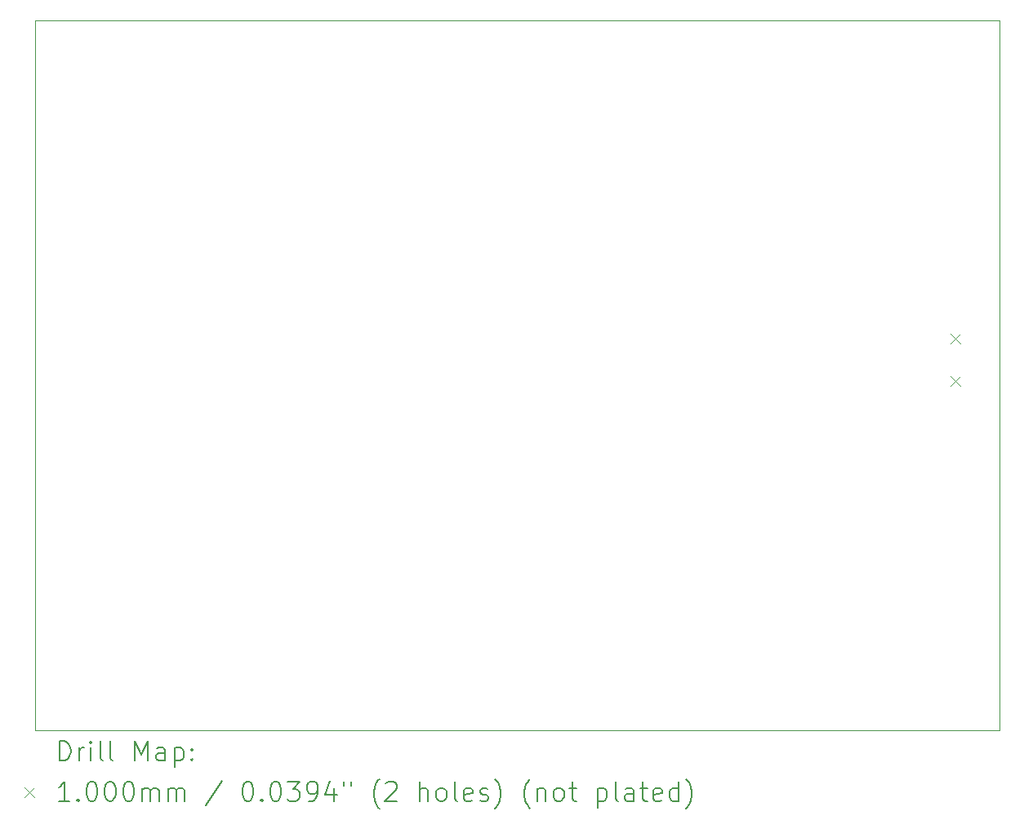
<source format=gbr>
%TF.GenerationSoftware,KiCad,Pcbnew,8.0.1*%
%TF.CreationDate,2024-05-07T00:12:37+05:00*%
%TF.ProjectId,MyVesc,4d795665-7363-42e6-9b69-6361645f7063,rev?*%
%TF.SameCoordinates,Original*%
%TF.FileFunction,Drillmap*%
%TF.FilePolarity,Positive*%
%FSLAX45Y45*%
G04 Gerber Fmt 4.5, Leading zero omitted, Abs format (unit mm)*
G04 Created by KiCad (PCBNEW 8.0.1) date 2024-05-07 00:12:37*
%MOMM*%
%LPD*%
G01*
G04 APERTURE LIST*
%ADD10C,0.050000*%
%ADD11C,0.200000*%
%ADD12C,0.100000*%
G04 APERTURE END LIST*
D10*
X20200000Y-8342500D02*
X30200000Y-8342500D01*
X30200000Y-15710000D01*
X20200000Y-15710000D01*
X20200000Y-8342500D01*
D11*
D12*
X29695000Y-11595000D02*
X29795000Y-11695000D01*
X29795000Y-11595000D02*
X29695000Y-11695000D01*
X29695000Y-12035000D02*
X29795000Y-12135000D01*
X29795000Y-12035000D02*
X29695000Y-12135000D01*
D11*
X20458277Y-16023984D02*
X20458277Y-15823984D01*
X20458277Y-15823984D02*
X20505896Y-15823984D01*
X20505896Y-15823984D02*
X20534467Y-15833508D01*
X20534467Y-15833508D02*
X20553515Y-15852555D01*
X20553515Y-15852555D02*
X20563039Y-15871603D01*
X20563039Y-15871603D02*
X20572563Y-15909698D01*
X20572563Y-15909698D02*
X20572563Y-15938269D01*
X20572563Y-15938269D02*
X20563039Y-15976365D01*
X20563039Y-15976365D02*
X20553515Y-15995412D01*
X20553515Y-15995412D02*
X20534467Y-16014460D01*
X20534467Y-16014460D02*
X20505896Y-16023984D01*
X20505896Y-16023984D02*
X20458277Y-16023984D01*
X20658277Y-16023984D02*
X20658277Y-15890650D01*
X20658277Y-15928746D02*
X20667801Y-15909698D01*
X20667801Y-15909698D02*
X20677324Y-15900174D01*
X20677324Y-15900174D02*
X20696372Y-15890650D01*
X20696372Y-15890650D02*
X20715420Y-15890650D01*
X20782086Y-16023984D02*
X20782086Y-15890650D01*
X20782086Y-15823984D02*
X20772563Y-15833508D01*
X20772563Y-15833508D02*
X20782086Y-15843031D01*
X20782086Y-15843031D02*
X20791610Y-15833508D01*
X20791610Y-15833508D02*
X20782086Y-15823984D01*
X20782086Y-15823984D02*
X20782086Y-15843031D01*
X20905896Y-16023984D02*
X20886848Y-16014460D01*
X20886848Y-16014460D02*
X20877324Y-15995412D01*
X20877324Y-15995412D02*
X20877324Y-15823984D01*
X21010658Y-16023984D02*
X20991610Y-16014460D01*
X20991610Y-16014460D02*
X20982086Y-15995412D01*
X20982086Y-15995412D02*
X20982086Y-15823984D01*
X21239229Y-16023984D02*
X21239229Y-15823984D01*
X21239229Y-15823984D02*
X21305896Y-15966841D01*
X21305896Y-15966841D02*
X21372563Y-15823984D01*
X21372563Y-15823984D02*
X21372563Y-16023984D01*
X21553515Y-16023984D02*
X21553515Y-15919222D01*
X21553515Y-15919222D02*
X21543991Y-15900174D01*
X21543991Y-15900174D02*
X21524944Y-15890650D01*
X21524944Y-15890650D02*
X21486848Y-15890650D01*
X21486848Y-15890650D02*
X21467801Y-15900174D01*
X21553515Y-16014460D02*
X21534467Y-16023984D01*
X21534467Y-16023984D02*
X21486848Y-16023984D01*
X21486848Y-16023984D02*
X21467801Y-16014460D01*
X21467801Y-16014460D02*
X21458277Y-15995412D01*
X21458277Y-15995412D02*
X21458277Y-15976365D01*
X21458277Y-15976365D02*
X21467801Y-15957317D01*
X21467801Y-15957317D02*
X21486848Y-15947793D01*
X21486848Y-15947793D02*
X21534467Y-15947793D01*
X21534467Y-15947793D02*
X21553515Y-15938269D01*
X21648753Y-15890650D02*
X21648753Y-16090650D01*
X21648753Y-15900174D02*
X21667801Y-15890650D01*
X21667801Y-15890650D02*
X21705896Y-15890650D01*
X21705896Y-15890650D02*
X21724944Y-15900174D01*
X21724944Y-15900174D02*
X21734467Y-15909698D01*
X21734467Y-15909698D02*
X21743991Y-15928746D01*
X21743991Y-15928746D02*
X21743991Y-15985888D01*
X21743991Y-15985888D02*
X21734467Y-16004936D01*
X21734467Y-16004936D02*
X21724944Y-16014460D01*
X21724944Y-16014460D02*
X21705896Y-16023984D01*
X21705896Y-16023984D02*
X21667801Y-16023984D01*
X21667801Y-16023984D02*
X21648753Y-16014460D01*
X21829705Y-16004936D02*
X21839229Y-16014460D01*
X21839229Y-16014460D02*
X21829705Y-16023984D01*
X21829705Y-16023984D02*
X21820182Y-16014460D01*
X21820182Y-16014460D02*
X21829705Y-16004936D01*
X21829705Y-16004936D02*
X21829705Y-16023984D01*
X21829705Y-15900174D02*
X21839229Y-15909698D01*
X21839229Y-15909698D02*
X21829705Y-15919222D01*
X21829705Y-15919222D02*
X21820182Y-15909698D01*
X21820182Y-15909698D02*
X21829705Y-15900174D01*
X21829705Y-15900174D02*
X21829705Y-15919222D01*
D12*
X20097500Y-16302500D02*
X20197500Y-16402500D01*
X20197500Y-16302500D02*
X20097500Y-16402500D01*
D11*
X20563039Y-16443984D02*
X20448753Y-16443984D01*
X20505896Y-16443984D02*
X20505896Y-16243984D01*
X20505896Y-16243984D02*
X20486848Y-16272555D01*
X20486848Y-16272555D02*
X20467801Y-16291603D01*
X20467801Y-16291603D02*
X20448753Y-16301127D01*
X20648753Y-16424936D02*
X20658277Y-16434460D01*
X20658277Y-16434460D02*
X20648753Y-16443984D01*
X20648753Y-16443984D02*
X20639229Y-16434460D01*
X20639229Y-16434460D02*
X20648753Y-16424936D01*
X20648753Y-16424936D02*
X20648753Y-16443984D01*
X20782086Y-16243984D02*
X20801134Y-16243984D01*
X20801134Y-16243984D02*
X20820182Y-16253508D01*
X20820182Y-16253508D02*
X20829705Y-16263031D01*
X20829705Y-16263031D02*
X20839229Y-16282079D01*
X20839229Y-16282079D02*
X20848753Y-16320174D01*
X20848753Y-16320174D02*
X20848753Y-16367793D01*
X20848753Y-16367793D02*
X20839229Y-16405888D01*
X20839229Y-16405888D02*
X20829705Y-16424936D01*
X20829705Y-16424936D02*
X20820182Y-16434460D01*
X20820182Y-16434460D02*
X20801134Y-16443984D01*
X20801134Y-16443984D02*
X20782086Y-16443984D01*
X20782086Y-16443984D02*
X20763039Y-16434460D01*
X20763039Y-16434460D02*
X20753515Y-16424936D01*
X20753515Y-16424936D02*
X20743991Y-16405888D01*
X20743991Y-16405888D02*
X20734467Y-16367793D01*
X20734467Y-16367793D02*
X20734467Y-16320174D01*
X20734467Y-16320174D02*
X20743991Y-16282079D01*
X20743991Y-16282079D02*
X20753515Y-16263031D01*
X20753515Y-16263031D02*
X20763039Y-16253508D01*
X20763039Y-16253508D02*
X20782086Y-16243984D01*
X20972563Y-16243984D02*
X20991610Y-16243984D01*
X20991610Y-16243984D02*
X21010658Y-16253508D01*
X21010658Y-16253508D02*
X21020182Y-16263031D01*
X21020182Y-16263031D02*
X21029705Y-16282079D01*
X21029705Y-16282079D02*
X21039229Y-16320174D01*
X21039229Y-16320174D02*
X21039229Y-16367793D01*
X21039229Y-16367793D02*
X21029705Y-16405888D01*
X21029705Y-16405888D02*
X21020182Y-16424936D01*
X21020182Y-16424936D02*
X21010658Y-16434460D01*
X21010658Y-16434460D02*
X20991610Y-16443984D01*
X20991610Y-16443984D02*
X20972563Y-16443984D01*
X20972563Y-16443984D02*
X20953515Y-16434460D01*
X20953515Y-16434460D02*
X20943991Y-16424936D01*
X20943991Y-16424936D02*
X20934467Y-16405888D01*
X20934467Y-16405888D02*
X20924944Y-16367793D01*
X20924944Y-16367793D02*
X20924944Y-16320174D01*
X20924944Y-16320174D02*
X20934467Y-16282079D01*
X20934467Y-16282079D02*
X20943991Y-16263031D01*
X20943991Y-16263031D02*
X20953515Y-16253508D01*
X20953515Y-16253508D02*
X20972563Y-16243984D01*
X21163039Y-16243984D02*
X21182086Y-16243984D01*
X21182086Y-16243984D02*
X21201134Y-16253508D01*
X21201134Y-16253508D02*
X21210658Y-16263031D01*
X21210658Y-16263031D02*
X21220182Y-16282079D01*
X21220182Y-16282079D02*
X21229705Y-16320174D01*
X21229705Y-16320174D02*
X21229705Y-16367793D01*
X21229705Y-16367793D02*
X21220182Y-16405888D01*
X21220182Y-16405888D02*
X21210658Y-16424936D01*
X21210658Y-16424936D02*
X21201134Y-16434460D01*
X21201134Y-16434460D02*
X21182086Y-16443984D01*
X21182086Y-16443984D02*
X21163039Y-16443984D01*
X21163039Y-16443984D02*
X21143991Y-16434460D01*
X21143991Y-16434460D02*
X21134467Y-16424936D01*
X21134467Y-16424936D02*
X21124944Y-16405888D01*
X21124944Y-16405888D02*
X21115420Y-16367793D01*
X21115420Y-16367793D02*
X21115420Y-16320174D01*
X21115420Y-16320174D02*
X21124944Y-16282079D01*
X21124944Y-16282079D02*
X21134467Y-16263031D01*
X21134467Y-16263031D02*
X21143991Y-16253508D01*
X21143991Y-16253508D02*
X21163039Y-16243984D01*
X21315420Y-16443984D02*
X21315420Y-16310650D01*
X21315420Y-16329698D02*
X21324944Y-16320174D01*
X21324944Y-16320174D02*
X21343991Y-16310650D01*
X21343991Y-16310650D02*
X21372563Y-16310650D01*
X21372563Y-16310650D02*
X21391610Y-16320174D01*
X21391610Y-16320174D02*
X21401134Y-16339222D01*
X21401134Y-16339222D02*
X21401134Y-16443984D01*
X21401134Y-16339222D02*
X21410658Y-16320174D01*
X21410658Y-16320174D02*
X21429705Y-16310650D01*
X21429705Y-16310650D02*
X21458277Y-16310650D01*
X21458277Y-16310650D02*
X21477325Y-16320174D01*
X21477325Y-16320174D02*
X21486848Y-16339222D01*
X21486848Y-16339222D02*
X21486848Y-16443984D01*
X21582086Y-16443984D02*
X21582086Y-16310650D01*
X21582086Y-16329698D02*
X21591610Y-16320174D01*
X21591610Y-16320174D02*
X21610658Y-16310650D01*
X21610658Y-16310650D02*
X21639229Y-16310650D01*
X21639229Y-16310650D02*
X21658277Y-16320174D01*
X21658277Y-16320174D02*
X21667801Y-16339222D01*
X21667801Y-16339222D02*
X21667801Y-16443984D01*
X21667801Y-16339222D02*
X21677325Y-16320174D01*
X21677325Y-16320174D02*
X21696372Y-16310650D01*
X21696372Y-16310650D02*
X21724944Y-16310650D01*
X21724944Y-16310650D02*
X21743991Y-16320174D01*
X21743991Y-16320174D02*
X21753515Y-16339222D01*
X21753515Y-16339222D02*
X21753515Y-16443984D01*
X22143991Y-16234460D02*
X21972563Y-16491603D01*
X22401134Y-16243984D02*
X22420182Y-16243984D01*
X22420182Y-16243984D02*
X22439229Y-16253508D01*
X22439229Y-16253508D02*
X22448753Y-16263031D01*
X22448753Y-16263031D02*
X22458277Y-16282079D01*
X22458277Y-16282079D02*
X22467801Y-16320174D01*
X22467801Y-16320174D02*
X22467801Y-16367793D01*
X22467801Y-16367793D02*
X22458277Y-16405888D01*
X22458277Y-16405888D02*
X22448753Y-16424936D01*
X22448753Y-16424936D02*
X22439229Y-16434460D01*
X22439229Y-16434460D02*
X22420182Y-16443984D01*
X22420182Y-16443984D02*
X22401134Y-16443984D01*
X22401134Y-16443984D02*
X22382086Y-16434460D01*
X22382086Y-16434460D02*
X22372563Y-16424936D01*
X22372563Y-16424936D02*
X22363039Y-16405888D01*
X22363039Y-16405888D02*
X22353515Y-16367793D01*
X22353515Y-16367793D02*
X22353515Y-16320174D01*
X22353515Y-16320174D02*
X22363039Y-16282079D01*
X22363039Y-16282079D02*
X22372563Y-16263031D01*
X22372563Y-16263031D02*
X22382086Y-16253508D01*
X22382086Y-16253508D02*
X22401134Y-16243984D01*
X22553515Y-16424936D02*
X22563039Y-16434460D01*
X22563039Y-16434460D02*
X22553515Y-16443984D01*
X22553515Y-16443984D02*
X22543991Y-16434460D01*
X22543991Y-16434460D02*
X22553515Y-16424936D01*
X22553515Y-16424936D02*
X22553515Y-16443984D01*
X22686848Y-16243984D02*
X22705896Y-16243984D01*
X22705896Y-16243984D02*
X22724944Y-16253508D01*
X22724944Y-16253508D02*
X22734467Y-16263031D01*
X22734467Y-16263031D02*
X22743991Y-16282079D01*
X22743991Y-16282079D02*
X22753515Y-16320174D01*
X22753515Y-16320174D02*
X22753515Y-16367793D01*
X22753515Y-16367793D02*
X22743991Y-16405888D01*
X22743991Y-16405888D02*
X22734467Y-16424936D01*
X22734467Y-16424936D02*
X22724944Y-16434460D01*
X22724944Y-16434460D02*
X22705896Y-16443984D01*
X22705896Y-16443984D02*
X22686848Y-16443984D01*
X22686848Y-16443984D02*
X22667801Y-16434460D01*
X22667801Y-16434460D02*
X22658277Y-16424936D01*
X22658277Y-16424936D02*
X22648753Y-16405888D01*
X22648753Y-16405888D02*
X22639229Y-16367793D01*
X22639229Y-16367793D02*
X22639229Y-16320174D01*
X22639229Y-16320174D02*
X22648753Y-16282079D01*
X22648753Y-16282079D02*
X22658277Y-16263031D01*
X22658277Y-16263031D02*
X22667801Y-16253508D01*
X22667801Y-16253508D02*
X22686848Y-16243984D01*
X22820182Y-16243984D02*
X22943991Y-16243984D01*
X22943991Y-16243984D02*
X22877325Y-16320174D01*
X22877325Y-16320174D02*
X22905896Y-16320174D01*
X22905896Y-16320174D02*
X22924944Y-16329698D01*
X22924944Y-16329698D02*
X22934467Y-16339222D01*
X22934467Y-16339222D02*
X22943991Y-16358269D01*
X22943991Y-16358269D02*
X22943991Y-16405888D01*
X22943991Y-16405888D02*
X22934467Y-16424936D01*
X22934467Y-16424936D02*
X22924944Y-16434460D01*
X22924944Y-16434460D02*
X22905896Y-16443984D01*
X22905896Y-16443984D02*
X22848753Y-16443984D01*
X22848753Y-16443984D02*
X22829706Y-16434460D01*
X22829706Y-16434460D02*
X22820182Y-16424936D01*
X23039229Y-16443984D02*
X23077325Y-16443984D01*
X23077325Y-16443984D02*
X23096372Y-16434460D01*
X23096372Y-16434460D02*
X23105896Y-16424936D01*
X23105896Y-16424936D02*
X23124944Y-16396365D01*
X23124944Y-16396365D02*
X23134467Y-16358269D01*
X23134467Y-16358269D02*
X23134467Y-16282079D01*
X23134467Y-16282079D02*
X23124944Y-16263031D01*
X23124944Y-16263031D02*
X23115420Y-16253508D01*
X23115420Y-16253508D02*
X23096372Y-16243984D01*
X23096372Y-16243984D02*
X23058277Y-16243984D01*
X23058277Y-16243984D02*
X23039229Y-16253508D01*
X23039229Y-16253508D02*
X23029706Y-16263031D01*
X23029706Y-16263031D02*
X23020182Y-16282079D01*
X23020182Y-16282079D02*
X23020182Y-16329698D01*
X23020182Y-16329698D02*
X23029706Y-16348746D01*
X23029706Y-16348746D02*
X23039229Y-16358269D01*
X23039229Y-16358269D02*
X23058277Y-16367793D01*
X23058277Y-16367793D02*
X23096372Y-16367793D01*
X23096372Y-16367793D02*
X23115420Y-16358269D01*
X23115420Y-16358269D02*
X23124944Y-16348746D01*
X23124944Y-16348746D02*
X23134467Y-16329698D01*
X23305896Y-16310650D02*
X23305896Y-16443984D01*
X23258277Y-16234460D02*
X23210658Y-16377317D01*
X23210658Y-16377317D02*
X23334467Y-16377317D01*
X23401134Y-16243984D02*
X23401134Y-16282079D01*
X23477325Y-16243984D02*
X23477325Y-16282079D01*
X23772563Y-16520174D02*
X23763039Y-16510650D01*
X23763039Y-16510650D02*
X23743991Y-16482079D01*
X23743991Y-16482079D02*
X23734468Y-16463031D01*
X23734468Y-16463031D02*
X23724944Y-16434460D01*
X23724944Y-16434460D02*
X23715420Y-16386841D01*
X23715420Y-16386841D02*
X23715420Y-16348746D01*
X23715420Y-16348746D02*
X23724944Y-16301127D01*
X23724944Y-16301127D02*
X23734468Y-16272555D01*
X23734468Y-16272555D02*
X23743991Y-16253508D01*
X23743991Y-16253508D02*
X23763039Y-16224936D01*
X23763039Y-16224936D02*
X23772563Y-16215412D01*
X23839229Y-16263031D02*
X23848753Y-16253508D01*
X23848753Y-16253508D02*
X23867801Y-16243984D01*
X23867801Y-16243984D02*
X23915420Y-16243984D01*
X23915420Y-16243984D02*
X23934468Y-16253508D01*
X23934468Y-16253508D02*
X23943991Y-16263031D01*
X23943991Y-16263031D02*
X23953515Y-16282079D01*
X23953515Y-16282079D02*
X23953515Y-16301127D01*
X23953515Y-16301127D02*
X23943991Y-16329698D01*
X23943991Y-16329698D02*
X23829706Y-16443984D01*
X23829706Y-16443984D02*
X23953515Y-16443984D01*
X24191610Y-16443984D02*
X24191610Y-16243984D01*
X24277325Y-16443984D02*
X24277325Y-16339222D01*
X24277325Y-16339222D02*
X24267801Y-16320174D01*
X24267801Y-16320174D02*
X24248753Y-16310650D01*
X24248753Y-16310650D02*
X24220182Y-16310650D01*
X24220182Y-16310650D02*
X24201134Y-16320174D01*
X24201134Y-16320174D02*
X24191610Y-16329698D01*
X24401134Y-16443984D02*
X24382087Y-16434460D01*
X24382087Y-16434460D02*
X24372563Y-16424936D01*
X24372563Y-16424936D02*
X24363039Y-16405888D01*
X24363039Y-16405888D02*
X24363039Y-16348746D01*
X24363039Y-16348746D02*
X24372563Y-16329698D01*
X24372563Y-16329698D02*
X24382087Y-16320174D01*
X24382087Y-16320174D02*
X24401134Y-16310650D01*
X24401134Y-16310650D02*
X24429706Y-16310650D01*
X24429706Y-16310650D02*
X24448753Y-16320174D01*
X24448753Y-16320174D02*
X24458277Y-16329698D01*
X24458277Y-16329698D02*
X24467801Y-16348746D01*
X24467801Y-16348746D02*
X24467801Y-16405888D01*
X24467801Y-16405888D02*
X24458277Y-16424936D01*
X24458277Y-16424936D02*
X24448753Y-16434460D01*
X24448753Y-16434460D02*
X24429706Y-16443984D01*
X24429706Y-16443984D02*
X24401134Y-16443984D01*
X24582087Y-16443984D02*
X24563039Y-16434460D01*
X24563039Y-16434460D02*
X24553515Y-16415412D01*
X24553515Y-16415412D02*
X24553515Y-16243984D01*
X24734468Y-16434460D02*
X24715420Y-16443984D01*
X24715420Y-16443984D02*
X24677325Y-16443984D01*
X24677325Y-16443984D02*
X24658277Y-16434460D01*
X24658277Y-16434460D02*
X24648753Y-16415412D01*
X24648753Y-16415412D02*
X24648753Y-16339222D01*
X24648753Y-16339222D02*
X24658277Y-16320174D01*
X24658277Y-16320174D02*
X24677325Y-16310650D01*
X24677325Y-16310650D02*
X24715420Y-16310650D01*
X24715420Y-16310650D02*
X24734468Y-16320174D01*
X24734468Y-16320174D02*
X24743991Y-16339222D01*
X24743991Y-16339222D02*
X24743991Y-16358269D01*
X24743991Y-16358269D02*
X24648753Y-16377317D01*
X24820182Y-16434460D02*
X24839230Y-16443984D01*
X24839230Y-16443984D02*
X24877325Y-16443984D01*
X24877325Y-16443984D02*
X24896372Y-16434460D01*
X24896372Y-16434460D02*
X24905896Y-16415412D01*
X24905896Y-16415412D02*
X24905896Y-16405888D01*
X24905896Y-16405888D02*
X24896372Y-16386841D01*
X24896372Y-16386841D02*
X24877325Y-16377317D01*
X24877325Y-16377317D02*
X24848753Y-16377317D01*
X24848753Y-16377317D02*
X24829706Y-16367793D01*
X24829706Y-16367793D02*
X24820182Y-16348746D01*
X24820182Y-16348746D02*
X24820182Y-16339222D01*
X24820182Y-16339222D02*
X24829706Y-16320174D01*
X24829706Y-16320174D02*
X24848753Y-16310650D01*
X24848753Y-16310650D02*
X24877325Y-16310650D01*
X24877325Y-16310650D02*
X24896372Y-16320174D01*
X24972563Y-16520174D02*
X24982087Y-16510650D01*
X24982087Y-16510650D02*
X25001134Y-16482079D01*
X25001134Y-16482079D02*
X25010658Y-16463031D01*
X25010658Y-16463031D02*
X25020182Y-16434460D01*
X25020182Y-16434460D02*
X25029706Y-16386841D01*
X25029706Y-16386841D02*
X25029706Y-16348746D01*
X25029706Y-16348746D02*
X25020182Y-16301127D01*
X25020182Y-16301127D02*
X25010658Y-16272555D01*
X25010658Y-16272555D02*
X25001134Y-16253508D01*
X25001134Y-16253508D02*
X24982087Y-16224936D01*
X24982087Y-16224936D02*
X24972563Y-16215412D01*
X25334468Y-16520174D02*
X25324944Y-16510650D01*
X25324944Y-16510650D02*
X25305896Y-16482079D01*
X25305896Y-16482079D02*
X25296372Y-16463031D01*
X25296372Y-16463031D02*
X25286849Y-16434460D01*
X25286849Y-16434460D02*
X25277325Y-16386841D01*
X25277325Y-16386841D02*
X25277325Y-16348746D01*
X25277325Y-16348746D02*
X25286849Y-16301127D01*
X25286849Y-16301127D02*
X25296372Y-16272555D01*
X25296372Y-16272555D02*
X25305896Y-16253508D01*
X25305896Y-16253508D02*
X25324944Y-16224936D01*
X25324944Y-16224936D02*
X25334468Y-16215412D01*
X25410658Y-16310650D02*
X25410658Y-16443984D01*
X25410658Y-16329698D02*
X25420182Y-16320174D01*
X25420182Y-16320174D02*
X25439230Y-16310650D01*
X25439230Y-16310650D02*
X25467801Y-16310650D01*
X25467801Y-16310650D02*
X25486849Y-16320174D01*
X25486849Y-16320174D02*
X25496372Y-16339222D01*
X25496372Y-16339222D02*
X25496372Y-16443984D01*
X25620182Y-16443984D02*
X25601134Y-16434460D01*
X25601134Y-16434460D02*
X25591611Y-16424936D01*
X25591611Y-16424936D02*
X25582087Y-16405888D01*
X25582087Y-16405888D02*
X25582087Y-16348746D01*
X25582087Y-16348746D02*
X25591611Y-16329698D01*
X25591611Y-16329698D02*
X25601134Y-16320174D01*
X25601134Y-16320174D02*
X25620182Y-16310650D01*
X25620182Y-16310650D02*
X25648753Y-16310650D01*
X25648753Y-16310650D02*
X25667801Y-16320174D01*
X25667801Y-16320174D02*
X25677325Y-16329698D01*
X25677325Y-16329698D02*
X25686849Y-16348746D01*
X25686849Y-16348746D02*
X25686849Y-16405888D01*
X25686849Y-16405888D02*
X25677325Y-16424936D01*
X25677325Y-16424936D02*
X25667801Y-16434460D01*
X25667801Y-16434460D02*
X25648753Y-16443984D01*
X25648753Y-16443984D02*
X25620182Y-16443984D01*
X25743992Y-16310650D02*
X25820182Y-16310650D01*
X25772563Y-16243984D02*
X25772563Y-16415412D01*
X25772563Y-16415412D02*
X25782087Y-16434460D01*
X25782087Y-16434460D02*
X25801134Y-16443984D01*
X25801134Y-16443984D02*
X25820182Y-16443984D01*
X26039230Y-16310650D02*
X26039230Y-16510650D01*
X26039230Y-16320174D02*
X26058277Y-16310650D01*
X26058277Y-16310650D02*
X26096373Y-16310650D01*
X26096373Y-16310650D02*
X26115420Y-16320174D01*
X26115420Y-16320174D02*
X26124944Y-16329698D01*
X26124944Y-16329698D02*
X26134468Y-16348746D01*
X26134468Y-16348746D02*
X26134468Y-16405888D01*
X26134468Y-16405888D02*
X26124944Y-16424936D01*
X26124944Y-16424936D02*
X26115420Y-16434460D01*
X26115420Y-16434460D02*
X26096373Y-16443984D01*
X26096373Y-16443984D02*
X26058277Y-16443984D01*
X26058277Y-16443984D02*
X26039230Y-16434460D01*
X26248753Y-16443984D02*
X26229706Y-16434460D01*
X26229706Y-16434460D02*
X26220182Y-16415412D01*
X26220182Y-16415412D02*
X26220182Y-16243984D01*
X26410658Y-16443984D02*
X26410658Y-16339222D01*
X26410658Y-16339222D02*
X26401134Y-16320174D01*
X26401134Y-16320174D02*
X26382087Y-16310650D01*
X26382087Y-16310650D02*
X26343992Y-16310650D01*
X26343992Y-16310650D02*
X26324944Y-16320174D01*
X26410658Y-16434460D02*
X26391611Y-16443984D01*
X26391611Y-16443984D02*
X26343992Y-16443984D01*
X26343992Y-16443984D02*
X26324944Y-16434460D01*
X26324944Y-16434460D02*
X26315420Y-16415412D01*
X26315420Y-16415412D02*
X26315420Y-16396365D01*
X26315420Y-16396365D02*
X26324944Y-16377317D01*
X26324944Y-16377317D02*
X26343992Y-16367793D01*
X26343992Y-16367793D02*
X26391611Y-16367793D01*
X26391611Y-16367793D02*
X26410658Y-16358269D01*
X26477325Y-16310650D02*
X26553515Y-16310650D01*
X26505896Y-16243984D02*
X26505896Y-16415412D01*
X26505896Y-16415412D02*
X26515420Y-16434460D01*
X26515420Y-16434460D02*
X26534468Y-16443984D01*
X26534468Y-16443984D02*
X26553515Y-16443984D01*
X26696373Y-16434460D02*
X26677325Y-16443984D01*
X26677325Y-16443984D02*
X26639230Y-16443984D01*
X26639230Y-16443984D02*
X26620182Y-16434460D01*
X26620182Y-16434460D02*
X26610658Y-16415412D01*
X26610658Y-16415412D02*
X26610658Y-16339222D01*
X26610658Y-16339222D02*
X26620182Y-16320174D01*
X26620182Y-16320174D02*
X26639230Y-16310650D01*
X26639230Y-16310650D02*
X26677325Y-16310650D01*
X26677325Y-16310650D02*
X26696373Y-16320174D01*
X26696373Y-16320174D02*
X26705896Y-16339222D01*
X26705896Y-16339222D02*
X26705896Y-16358269D01*
X26705896Y-16358269D02*
X26610658Y-16377317D01*
X26877325Y-16443984D02*
X26877325Y-16243984D01*
X26877325Y-16434460D02*
X26858277Y-16443984D01*
X26858277Y-16443984D02*
X26820182Y-16443984D01*
X26820182Y-16443984D02*
X26801134Y-16434460D01*
X26801134Y-16434460D02*
X26791611Y-16424936D01*
X26791611Y-16424936D02*
X26782087Y-16405888D01*
X26782087Y-16405888D02*
X26782087Y-16348746D01*
X26782087Y-16348746D02*
X26791611Y-16329698D01*
X26791611Y-16329698D02*
X26801134Y-16320174D01*
X26801134Y-16320174D02*
X26820182Y-16310650D01*
X26820182Y-16310650D02*
X26858277Y-16310650D01*
X26858277Y-16310650D02*
X26877325Y-16320174D01*
X26953515Y-16520174D02*
X26963039Y-16510650D01*
X26963039Y-16510650D02*
X26982087Y-16482079D01*
X26982087Y-16482079D02*
X26991611Y-16463031D01*
X26991611Y-16463031D02*
X27001134Y-16434460D01*
X27001134Y-16434460D02*
X27010658Y-16386841D01*
X27010658Y-16386841D02*
X27010658Y-16348746D01*
X27010658Y-16348746D02*
X27001134Y-16301127D01*
X27001134Y-16301127D02*
X26991611Y-16272555D01*
X26991611Y-16272555D02*
X26982087Y-16253508D01*
X26982087Y-16253508D02*
X26963039Y-16224936D01*
X26963039Y-16224936D02*
X26953515Y-16215412D01*
M02*

</source>
